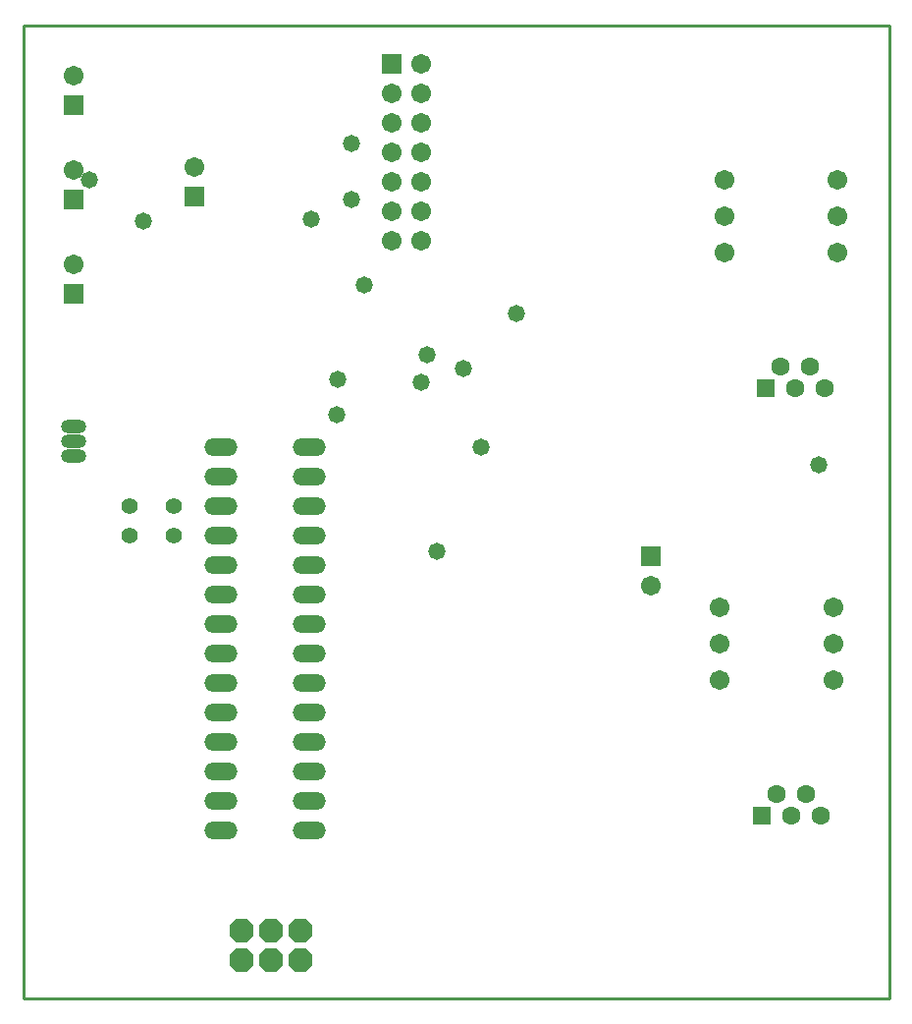
<source format=gbs>
G04*
G04 #@! TF.GenerationSoftware,Altium Limited,Altium Designer,19.0.10 (269)*
G04*
G04 Layer_Color=16711935*
%FSLAX24Y24*%
%MOIN*%
G70*
G01*
G75*
%ADD12C,0.0100*%
%ADD39C,0.0552*%
%ADD40R,0.0631X0.0631*%
%ADD41C,0.0631*%
%ADD43R,0.0671X0.0671*%
%ADD44C,0.0671*%
%ADD45O,0.0867X0.0474*%
%ADD46O,0.0867X0.0474*%
%ADD47P,0.0888X8X202.5*%
%ADD48O,0.1120X0.0600*%
%ADD49C,0.0580*%
D12*
X3200Y37600D02*
X3200Y4600D01*
X3200Y37600D02*
X32600D01*
X32600Y4600D01*
X3200D02*
X32600D01*
D39*
X6800Y20300D02*
D03*
Y21300D02*
D03*
X8300Y20300D02*
D03*
Y21300D02*
D03*
D40*
X28421Y25278D02*
D03*
X28263Y10778D02*
D03*
D41*
X30421Y25278D02*
D03*
X29421D02*
D03*
X28921Y26028D02*
D03*
X29921D02*
D03*
X30263Y10778D02*
D03*
X29263D02*
D03*
X28763Y11528D02*
D03*
X29763D02*
D03*
D43*
X15700Y36300D02*
D03*
X24500Y19600D02*
D03*
X4900Y28500D02*
D03*
Y31700D02*
D03*
X9000Y31800D02*
D03*
X4900Y34900D02*
D03*
D44*
X30858Y32341D02*
D03*
Y31120D02*
D03*
Y29900D02*
D03*
X27000D02*
D03*
Y31120D02*
D03*
Y32341D02*
D03*
X16700Y36300D02*
D03*
X15700Y35300D02*
D03*
X16700D02*
D03*
X15700Y34300D02*
D03*
X16700D02*
D03*
X15700Y33300D02*
D03*
X16700D02*
D03*
X15700Y32300D02*
D03*
X16700D02*
D03*
X15700Y31300D02*
D03*
X16700D02*
D03*
X15700Y30300D02*
D03*
X16700D02*
D03*
X24500Y18600D02*
D03*
X4900Y29500D02*
D03*
Y32700D02*
D03*
X9000Y32800D02*
D03*
X4900Y35900D02*
D03*
X30700Y17841D02*
D03*
Y16620D02*
D03*
Y15400D02*
D03*
X26842D02*
D03*
Y16620D02*
D03*
Y17841D02*
D03*
D45*
X4900Y24000D02*
D03*
D46*
Y23500D02*
D03*
Y23000D02*
D03*
D47*
X12600Y6900D02*
D03*
Y5900D02*
D03*
X11600Y6900D02*
D03*
Y5900D02*
D03*
X10600Y6900D02*
D03*
Y5900D02*
D03*
D48*
X12900Y23300D02*
D03*
Y22300D02*
D03*
Y21300D02*
D03*
Y20300D02*
D03*
Y19300D02*
D03*
Y18300D02*
D03*
Y17300D02*
D03*
Y16300D02*
D03*
Y15300D02*
D03*
Y14300D02*
D03*
Y13300D02*
D03*
Y12300D02*
D03*
Y11300D02*
D03*
Y10300D02*
D03*
X9900D02*
D03*
Y11300D02*
D03*
Y12300D02*
D03*
Y13300D02*
D03*
Y14300D02*
D03*
Y15300D02*
D03*
Y16300D02*
D03*
Y17300D02*
D03*
Y18300D02*
D03*
Y19300D02*
D03*
Y20300D02*
D03*
Y21300D02*
D03*
Y22300D02*
D03*
Y23300D02*
D03*
D49*
X5458Y32342D02*
D03*
X16900Y26410D02*
D03*
X7263Y30948D02*
D03*
X30210Y22700D02*
D03*
X17250Y19770D02*
D03*
X18750Y23300D02*
D03*
X19960Y27830D02*
D03*
X18150Y25940D02*
D03*
X13860Y24400D02*
D03*
X12970Y31010D02*
D03*
X13882Y25602D02*
D03*
X14350Y31680D02*
D03*
X14770Y28800D02*
D03*
X14360Y33580D02*
D03*
X16700Y25497D02*
D03*
M02*

</source>
